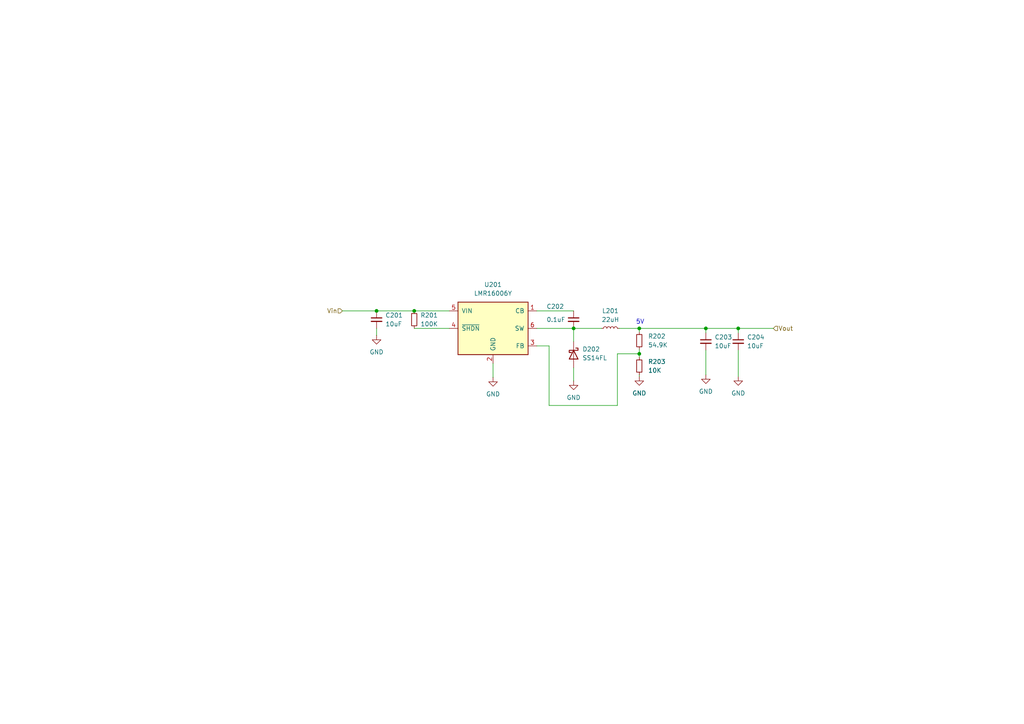
<source format=kicad_sch>
(kicad_sch (version 20250114) (generator "eeschema") (generator_version "9.0")
  (paper "A4")
  (title_block (title "DC-DC") (date "2025-04-30"))
  (lib_symbols
    (symbol "Device:C_Small" (pin_numbers (hide yes)) (pin_names (offset 0.254) (hide yes))
      (property "Reference" "C" (at 0.254 1.778 0))
      (property "Value" "C_Small" (at 0.254 -2.032 0))
      (symbol "C_Small_0_1"
        (polyline (pts (xy -1.524 0.508) (xy 1.524 0.508)) (stroke (width 0.3048)))
        (polyline (pts (xy -1.524 -0.508) (xy 1.524 -0.508)) (stroke (width 0.3302)))
      )
      (symbol "C_Small_1_1"
        (pin passive line (at 0 2.54 270) (length 2.032) (name "~") (number "1"))
        (pin passive line (at 0 -2.54 90) (length 2.032) (name "~") (number "2"))
      )
    )
    (symbol "Device:L_Small" (pin_numbers (hide yes)) (pin_names (offset 0.254) (hide yes))
      (property "Reference" "L" (at 0.762 1.016 0))
      (property "Value" "L_Small" (at 0.762 -1.016 0))
      (symbol "L_Small_0_1"
        (arc (start 0 2.032) (mid 0.5058 1.524) (end 0 1.016))
        (arc (start 0 1.016) (mid 0.5058 0.508) (end 0 0))
        (arc (start 0 0) (mid 0.5058 -0.508) (end 0 -1.016))
        (arc (start 0 -1.016) (mid 0.5058 -1.524) (end 0 -2.032))
      )
      (symbol "L_Small_1_1"
        (pin passive line (at 0 2.54 270) (length 0.508) (name "~") (number "1"))
        (pin passive line (at 0 -2.54 90) (length 0.508) (name "~") (number "2"))
      )
    )
    (symbol "Device:R_Small" (pin_numbers (hide yes)) (pin_names (offset 0.254) (hide yes))
      (property "Reference" "R" (at 0.762 0.508 0))
      (property "Value" "R_Small" (at 0.762 -1.016 0))
      (symbol "R_Small_0_1"
        (rectangle (start -0.762 1.778) (end 0.762 -1.778) (stroke (width 0.2032)))
      )
      (symbol "R_Small_1_1"
        (pin passive line (at 0 2.54 270) (length 0.762) (name "~") (number "1"))
        (pin passive line (at 0 -2.54 90) (length 0.762) (name "~") (number "2"))
      )
    )
    (symbol "Diode:SS14" (pin_numbers (hide yes)) (pin_names (offset 1.016) (hide yes))
      (property "Reference" "D" (at 0 2.54 0))
      (property "Value" "SS14" (at 0 -2.54 0))
      (symbol "SS14_0_1"
        (polyline (pts (xy -1.905 0.635) (xy -1.905 1.27) (xy -1.27 1.27) (xy -1.27 -1.27) (xy -0.635 -1.27) (xy -0.635 -0.635)) (stroke (width 0.254)))
        (polyline (pts (xy 1.27 1.27) (xy 1.27 -1.27) (xy -1.27 0) (xy 1.27 1.27)) (stroke (width 0.254)))
        (polyline (pts (xy 1.27 0) (xy -1.27 0)))
      )
      (symbol "SS14_1_1"
        (pin passive line (at -3.81 0 0) (length 2.54) (name "K") (number "1"))
        (pin passive line (at 3.81 0 180) (length 2.54) (name "A") (number "2"))
      )
    )
    (symbol "Regulator_Switching:LMR16006YQ" (pin_names (offset 1.016))
      (property "Reference" "U" (at -10.16 11.43 0))
      (property "Value" "LMR16006YQ" (at -10.16 8.89 0))
      (symbol "LMR16006YQ_0_1"
        (rectangle (start -10.16 7.62) (end 10.16 -7.62) (stroke (width 0.254)) (fill (type background)))
      )
      (symbol "LMR16006YQ_1_1"
        (pin power_in line (at -12.7 5.08 0) (length 2.54) (name "VIN") (number "5"))
        (pin input line (at -12.7 0 0) (length 2.54) (name "~{SHDN}") (number "4"))
        (pin power_in line (at 0 -10.16 90) (length 2.54) (name "GND") (number "2"))
        (pin input line (at 12.7 5.08 180) (length 2.54) (name "CB") (number "1"))
        (pin output line (at 12.7 0 180) (length 2.54) (name "SW") (number "6"))
        (pin input line (at 12.7 -5.08 180) (length 2.54) (name "FB") (number "3"))
      )
    )
    (symbol "power:GND" (power) (pin_numbers (hide yes)) (pin_names (offset 0) (hide yes))
      (property "Value" "GND" (at 0 -3.81 0))
      (symbol "GND_0_1"
        (polyline (pts (xy 0 0) (xy 0 -1.27) (xy 1.27 -1.27) (xy 0 -2.54) (xy -1.27 -1.27) (xy 0 -1.27)))
      )
      (symbol "GND_1_1"
        (pin power_in line (at 0 0 270) (length 0) (name "~") (number "1"))
      )
    )
  )
  (text "5V" (at 185.674 93.472 0) (effects (font (size 1.27 1.27))))
  (junction (at 166.37 95.25))
  (junction (at 120.142 90.17))
  (junction (at 109.22 90.17))
  (junction (at 185.42 102.616))
  (junction (at 204.724 95.25))
  (junction (at 185.42 95.25))
  (junction (at 214.122 95.25))
  (wire (pts (xy 109.22 95.25) (xy 109.22 97.282)))
  (wire (pts (xy 166.37 95.25) (xy 174.498 95.25)))
  (wire (pts (xy 214.122 95.25) (xy 214.122 96.52)))
  (wire (pts (xy 204.724 95.25) (xy 204.724 96.52)))
  (wire (pts (xy 99.314 90.17) (xy 109.22 90.17)))
  (wire (pts (xy 185.42 95.25) (xy 185.42 96.266)))
  (wire (pts (xy 185.42 102.616) (xy 185.42 103.632)))
  (wire (pts (xy 120.142 90.17) (xy 130.302 90.17)))
  (wire (pts (xy 159.258 117.602) (xy 179.07 117.602)))
  (wire (pts (xy 179.578 95.25) (xy 185.42 95.25)))
  (wire (pts (xy 155.702 100.33) (xy 159.258 100.33)))
  (wire (pts (xy 120.142 95.25) (xy 130.302 95.25)))
  (wire (pts (xy 166.37 106.68) (xy 166.37 110.49)))
  (wire (pts (xy 159.258 100.33) (xy 159.258 117.602)))
  (wire (pts (xy 179.07 117.602) (xy 179.07 102.616)))
  (wire (pts (xy 214.122 101.6) (xy 214.122 109.22)))
  (wire (pts (xy 155.702 95.25) (xy 166.37 95.25)))
  (wire (pts (xy 185.42 108.712) (xy 185.42 109.22)))
  (wire (pts (xy 204.724 101.6) (xy 204.724 108.712)))
  (wire (pts (xy 155.702 90.17) (xy 166.37 90.17)))
  (wire (pts (xy 166.37 95.25) (xy 166.37 99.06)))
  (wire (pts (xy 179.07 102.616) (xy 185.42 102.616)))
  (wire (pts (xy 185.42 101.346) (xy 185.42 102.616)))
  (wire (pts (xy 143.002 105.41) (xy 143.002 109.474)))
  (wire (pts (xy 109.22 90.17) (xy 120.142 90.17)))
  (wire (pts (xy 204.724 95.25) (xy 214.122 95.25)))
  (wire (pts (xy 185.42 95.25) (xy 204.724 95.25)))
  (wire (pts (xy 214.122 95.25) (xy 224.282 95.25)))
  (hierarchical_label "Vin" (shape input) (at 99.314 90.17 180))
  (hierarchical_label "Vout" (shape input) (at 224.282 95.25 0))
  (symbol (lib_id "Device:C_Small") (at 214.122 99.06 0) (unit 1)
    (property "Reference" "C204" (at 216.662 97.7962 0) (effects (justify left)))
    (property "Value" "10uF" (at 216.662 100.3362 0) (effects (justify left)))
    (property "Footprint" "Capacitor_SMD:C_1206_3216Metric" (effects (hide yes)))
    (property "Description" "Unpolarized capacitor, small symbol" (effects (hide yes)))
    (property "LCSC" "C440198" (effects (hide yes)))
    (instances (project "abs" (path "" (reference "C204") (unit 1))) (project "abs" (path "" (reference "C704") (unit 1))))
  )
  (symbol (lib_id "power:GND") (at 143.002 109.474 0) (unit 1)
    (property "Reference" "#PWR0202" (effects (hide yes)))
    (property "Value" "GND" (at 143.002 114.3 0))
    (property "Description" "Power symbol creates a global label with name \"GND\" , ground" (effects (hide yes)))
    (instances (project "" (path "" (reference "#PWR0202") (unit 1))) (project "" (path "" (reference "#PWR0702") (unit 1))))
  )
  (symbol (lib_id "power:GND") (at 109.22 97.282 0) (unit 1)
    (property "Reference" "#PWR0201" (effects (hide yes)))
    (property "Value" "GND" (at 109.22 102.108 0))
    (property "Description" "Power symbol creates a global label with name \"GND\" , ground" (effects (hide yes)))
    (instances (project "abs" (path "" (reference "#PWR0201") (unit 1))) (project "abs" (path "" (reference "#PWR0701") (unit 1))))
  )
  (symbol (lib_id "Device:L_Small") (at 177.038 95.25 90) (unit 1)
    (property "Reference" "L201" (at 177.038 90.17 90))
    (property "Value" "22uH" (at 177.038 92.71 90))
    (property "Footprint" "inductor:FNR5040S220MT" (effects (hide yes)))
    (property "Description" "Inductor, small symbol" (effects (hide yes)))
    (property "LCSC" "C167971" (effects (hide yes)))
    (instances (project "" (path "" (reference "L201") (unit 1))) (project "" (path "" (reference "L701") (unit 1))))
  )
  (symbol (lib_id "Device:C_Small") (at 204.724 99.06 0) (unit 1)
    (property "Reference" "C203" (at 207.264 97.7962 0) (effects (justify left)))
    (property "Value" "10uF" (at 207.264 100.3362 0) (effects (justify left)))
    (property "Footprint" "Capacitor_SMD:C_1206_3216Metric" (effects (hide yes)))
    (property "Description" "Unpolarized capacitor, small symbol" (effects (hide yes)))
    (property "LCSC" "C440198" (effects (hide yes)))
    (instances (project "abs" (path "" (reference "C203") (unit 1))) (project "abs" (path "" (reference "C703") (unit 1))))
  )
  (symbol (lib_id "Device:C_Small") (at 109.22 92.71 0) (unit 1)
    (property "Reference" "C201" (at 111.76 91.4462 0) (effects (justify left)))
    (property "Value" "10uF" (at 111.76 93.9862 0) (effects (justify left)))
    (property "Footprint" "Capacitor_SMD:C_1206_3216Metric" (effects (hide yes)))
    (property "Description" "Unpolarized capacitor, small symbol" (effects (hide yes)))
    (property "LCSC" "C440198" (effects (hide yes)))
    (instances (project "" (path "" (reference "C201") (unit 1))) (project "" (path "" (reference "C701") (unit 1))))
  )
  (symbol (lib_id "power:GND") (at 204.724 108.712 0) (unit 1)
    (property "Reference" "#PWR0205" (effects (hide yes)))
    (property "Value" "GND" (at 204.724 113.538 0))
    (property "Description" "Power symbol creates a global label with name \"GND\" , ground" (effects (hide yes)))
    (instances (project "abs" (path "" (reference "#PWR0205") (unit 1))) (project "abs" (path "" (reference "#PWR0705") (unit 1))))
  )
  (symbol (lib_id "Device:C_Small") (at 166.37 92.71 0) (unit 1)
    (property "Reference" "C202" (at 158.496 88.9 0) (effects (justify left)))
    (property "Value" "0.1uF" (at 158.496 92.71 0) (effects (justify left)))
    (property "Footprint" "Capacitor_SMD:C_0805_2012Metric" (effects (hide yes)))
    (property "Description" "Unpolarized capacitor, small symbol" (effects (hide yes)))
    (property "LCSC" "C14663" (effects (hide yes)))
    (instances (project "abs" (path "" (reference "C202") (unit 1))) (project "abs" (path "" (reference "C702") (unit 1))))
  )
  (symbol (lib_id "power:GND") (at 166.37 110.49 0) (unit 1)
    (property "Reference" "#PWR0203" (effects (hide yes)))
    (property "Value" "GND" (at 166.37 115.316 0))
    (property "Description" "Power symbol creates a global label with name \"GND\" , ground" (effects (hide yes)))
    (instances (project "abs" (path "" (reference "#PWR0203") (unit 1))) (project "abs" (path "" (reference "#PWR0703") (unit 1))))
  )
  (symbol (lib_id "Diode:SS14") (at 166.37 102.87 270) (unit 1)
    (property "Reference" "D202" (at 168.91 101.2824 90) (effects (justify left)))
    (property "Value" "SS14FL" (at 168.91 103.8224 90) (effects (justify left)))
    (property "Footprint" "Diode_SMD:D_SMA" (effects (hide yes)))
    (property "Datasheet" "https://www.vishay.com/docs/88746/ss12.pdf" (effects (hide yes)))
    (property "Description" "40V 1A Schottky Diode, SMA" (effects (hide yes)))
  )
  (symbol (lib_id "Device:R_Small") (at 120.142 92.71 0) (unit 1)
    (property "Reference" "R201" (at 121.92 91.4399 0) (effects (justify left)))
    (property "Value" "100K" (at 121.92 93.9799 0) (effects (justify left)))
    (property "Footprint" "Resistor_SMD:R_0603_1608Metric" (effects (hide yes)))
    (property "Description" "Resistor, small symbol" (effects (hide yes)))
    (property "LCSC" "C163504" (effects (hide yes)))
    (instances (project "" (path "" (reference "R201") (unit 1))) (project "" (path "" (reference "R701") (unit 1))))
  )
  (symbol (lib_id "Regulator_Switching:LMR16006YQ") (at 143.002 95.25 0) (unit 1)
    (property "Reference" "U201" (at 143.002 82.55 0))
    (property "Value" "LMR16006Y" (at 143.002 85.09 0))
    (property "Footprint" "Package_TO_SOT_SMD:SOT-23-6" (effects (hide yes)))
    (property "Datasheet" "http://www.ti.com/lit/ds/symlink/lmr16006y-q1.pdf" (effects (hide yes)))
    (property "Description" "Simple Switcher Buck Regulator, Vin=4-40V, Iout=600mA, Adjustable output voltage, SOT-23-6 package" (effects (hide yes)))
    (property "LCSC" "C290195" (effects (hide yes)))
    (instances (project "" (path "" (reference "U201") (unit 1))) (project "" (path "" (reference "U701") (unit 1))))
  )
  (symbol (lib_id "power:GND") (at 214.122 109.22 0) (unit 1)
    (property "Reference" "#PWR0206" (effects (hide yes)))
    (property "Value" "GND" (at 214.122 114.046 0))
    (property "Description" "Power symbol creates a global label with name \"GND\" , ground" (effects (hide yes)))
    (instances (project "abs" (path "" (reference "#PWR0206") (unit 1))) (project "abs" (path "" (reference "#PWR0706") (unit 1))))
  )
  (symbol (lib_id "Device:R_Small") (at 185.42 106.172 0) (unit 1)
    (property "Reference" "R203" (at 187.96 104.9019 0) (effects (justify left)))
    (property "Value" "10K" (at 187.96 107.4419 0) (effects (justify left)))
    (property "Footprint" "Resistor_SMD:R_0603_1608Metric" (effects (hide yes)))
    (property "Description" "Resistor, small symbol" (effects (hide yes)))
    (property "LCSC" "C98220" (effects (hide yes)))
    (instances (project "abs" (path "" (reference "R203") (unit 1))) (project "abs" (path "" (reference "R703") (unit 1))))
  )
  (symbol (lib_id "Device:R_Small") (at 185.42 98.806 0) (unit 1)
    (property "Reference" "R202" (at 187.96 97.5359 0) (effects (justify left)))
    (property "Value" "54.9K" (at 187.96 100.0759 0) (effects (justify left)))
    (property "Footprint" "Resistor_SMD:R_0603_1608Metric" (effects (hide yes)))
    (property "Description" "Resistor, small symbol" (effects (hide yes)))
    (property "LCSC" "C728593" (effects (hide yes)))
    (instances (project "" (path "" (reference "R202") (unit 1))) (project "" (path "" (reference "R702") (unit 1))))
  )
  (symbol (lib_id "power:GND") (at 185.42 109.22 0) (unit 1)
    (property "Reference" "#PWR0204" (effects (hide yes)))
    (property "Value" "GND" (at 185.42 114.046 0))
    (property "Description" "Power symbol creates a global label with name \"GND\" , ground" (effects (hide yes)))
    (instances (project "abs" (path "" (reference "#PWR0204") (unit 1))) (project "abs" (path "" (reference "#PWR0704") (unit 1))))
  )
)
</source>
